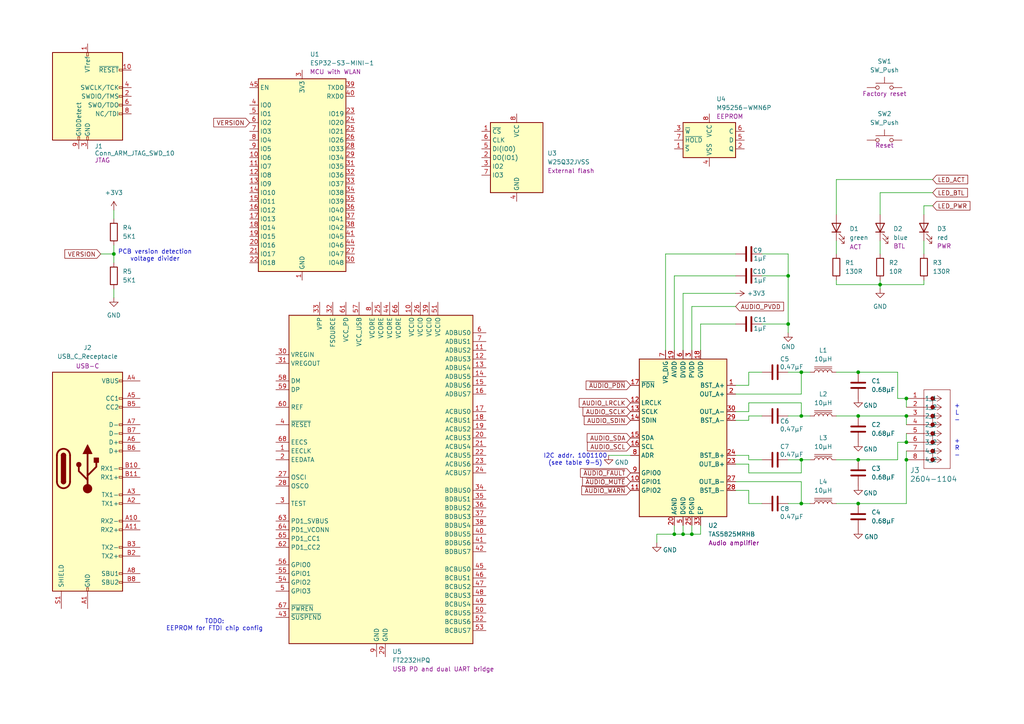
<source format=kicad_sch>
(kicad_sch (version 20231120) (generator "eeschema") (generator_version "8.0")
  (paper "A4")
  (title_block (title "soundbox"))
  (lib_symbols
    (symbol "Amplifier_Audio:TAS5825MRHB"
      (property "Reference" "U" (at -11.43 24.13 0))
      (property "Value" "TAS5825MRHB" (at 13.97 24.13 0))
      (symbol "TAS5825MRHB_1_1"
        (pin passive line (at 15.24 15.24 180) (length 2.54) (name "BST_A+") (number "1"))
        (pin bidirectional line (at -15.24 -12.7 0) (length 2.54) (name "GPIO1") (number "10"))
        (pin bidirectional line (at -15.24 -15.24 0) (length 2.54) (name "GPIO2") (number "11"))
        (pin input line (at -15.24 10.16 0) (length 2.54) (name "LRCLK") (number "12"))
        (pin input line (at -15.24 7.62 0) (length 2.54) (name "SCLK") (number "13"))
        (pin input line (at -15.24 5.08 0) (length 2.54) (name "SDIN") (number "14"))
        (pin bidirectional line (at -15.24 0 0) (length 2.54) (name "SDA") (number "15"))
        (pin input line (at -15.24 -2.54 0) (length 2.54) (name "SCL") (number "16"))
        (pin input line (at -15.24 15.24 0) (length 2.54) (name "~{PDN}") (number "17"))
        (pin passive line (at 5.08 25.4 270) (length 2.54) (name "GVDD") (number "18"))
        (pin passive line (at -2.54 25.4 270) (length 2.54) (name "AVDD") (number "19"))
        (pin output line (at 15.24 12.7 180) (length 2.54) (name "OUT_A+") (number "2"))
        (pin power_in line (at -2.54 -25.4 90) (length 2.54) (name "AGND") (number "20"))
        (pin passive line (at 2.54 25.4 270) (length 2.54) hide (name "PVDD") (number "21"))
        (pin passive line (at 2.54 25.4 270) (length 2.54) hide (name "PVDD") (number "22"))
        (pin output line (at 15.24 -7.62 180) (length 2.54) (name "OUT_B+") (number "23"))
        (pin passive line (at 15.24 -5.08 180) (length 2.54) (name "BST_B+") (number "24"))
        (pin power_in line (at 2.54 -25.4 90) (length 2.54) (name "PGND") (number "25"))
        (pin passive line (at 2.54 -25.4 90) (length 2.54) hide (name "PGND") (number "26"))
        (pin output line (at 15.24 -12.7 180) (length 2.54) (name "OUT_B-") (number "27"))
        (pin passive line (at 15.24 -15.24 180) (length 2.54) (name "BST_B-") (number "28"))
        (pin passive line (at 15.24 5.08 180) (length 2.54) (name "BST_A-") (number "29"))
        (pin power_in line (at 2.54 25.4 270) (length 2.54) (name "PVDD") (number "3"))
        (pin output line (at 15.24 7.62 180) (length 2.54) (name "OUT_A-") (number "30"))
        (pin passive line (at 2.54 -25.4 90) (length 2.54) hide (name "PGND") (number "31"))
        (pin passive line (at 2.54 -25.4 90) (length 2.54) hide (name "PGND") (number "32"))
        (pin passive line (at 5.08 -25.4 90) (length 2.54) (name "EP") (number "33"))
        (pin passive line (at 2.54 25.4 270) (length 2.54) hide (name "PVDD") (number "4"))
        (pin power_in line (at 0 -25.4 90) (length 2.54) (name "DGND") (number "5"))
        (pin power_in line (at 0 25.4 270) (length 2.54) (name "DVDD") (number "6"))
        (pin passive line (at -5.08 25.4 270) (length 2.54) (name "VR_DIG") (number "7"))
        (pin passive line (at -15.24 -5.08 0) (length 2.54) (name "ADR") (number "8"))
        (pin bidirectional line (at -15.24 -10.16 0) (length 2.54) (name "GPIO0") (number "9"))
      )
    )
    (symbol "Connector:Conn_ARM_JTAG_SWD_10" (pin_names (offset 1.016))
      (property "Reference" "J" (at -2.54 16.51 0))
      (property "Value" "Conn_ARM_JTAG_SWD_10" (at -2.54 13.97 0))
      (symbol "Conn_ARM_JTAG_SWD_10_1_1"
        (pin power_in line (at 0 15.24 270) (length 2.54) (name "VTref") (number "1"))
        (pin open_collector line (at 12.7 7.62 180) (length 2.54) (name "~{RESET}") (number "10"))
        (pin bidirectional line (at 12.7 0 180) (length 2.54) (name "SWDIO/TMS") (number "2"))
        (pin power_in line (at 0 -15.24 90) (length 2.54) (name "GND") (number "3"))
        (pin output line (at 12.7 2.54 180) (length 2.54) (name "SWCLK/TCK") (number "4"))
        (pin passive line (at 0 -15.24 90) (length 2.54) hide (name "GND") (number "5"))
        (pin input line (at 12.7 -2.54 180) (length 2.54) (name "SWO/TDO") (number "6"))
        (pin no_connect line (at -10.16 0 0) (length 2.54) hide (name "KEY") (number "7"))
        (pin output line (at 12.7 -5.08 180) (length 2.54) (name "NC/TDI") (number "8"))
        (pin passive line (at -2.54 -15.24 90) (length 2.54) (name "GNDDetect") (number "9"))
      )
    )
    (symbol "Connector:USB_C_Receptacle" (pin_names (offset 1.016))
      (property "Reference" "J" (at -10.16 29.21 0))
      (property "Value" "USB_C_Receptacle" (at 10.16 29.21 0))
      (symbol "USB_C_Receptacle_1_1"
        (pin passive line (at 0 -40.64 90) (length 5.08) (name "GND") (number "A1"))
        (pin bidirectional line (at 15.24 -15.24 180) (length 5.08) (name "RX2-") (number "A10"))
        (pin bidirectional line (at 15.24 -17.78 180) (length 5.08) (name "RX2+") (number "A11"))
        (pin passive line (at 0 -40.64 90) (length 5.08) hide (name "GND") (number "A12"))
        (pin bidirectional line (at 15.24 -10.16 180) (length 5.08) (name "TX1+") (number "A2"))
        (pin bidirectional line (at 15.24 -7.62 180) (length 5.08) (name "TX1-") (number "A3"))
        (pin passive line (at 15.24 25.4 180) (length 5.08) (name "VBUS") (number "A4"))
        (pin bidirectional line (at 15.24 20.32 180) (length 5.08) (name "CC1") (number "A5"))
        (pin bidirectional line (at 15.24 7.62 180) (length 5.08) (name "D+") (number "A6"))
        (pin bidirectional line (at 15.24 12.7 180) (length 5.08) (name "D-") (number "A7"))
        (pin bidirectional line (at 15.24 -30.48 180) (length 5.08) (name "SBU1") (number "A8"))
        (pin passive line (at 15.24 25.4 180) (length 5.08) hide (name "VBUS") (number "A9"))
        (pin passive line (at 0 -40.64 90) (length 5.08) hide (name "GND") (number "B1"))
        (pin bidirectional line (at 15.24 0 180) (length 5.08) (name "RX1-") (number "B10"))
        (pin bidirectional line (at 15.24 -2.54 180) (length 5.08) (name "RX1+") (number "B11"))
        (pin passive line (at 0 -40.64 90) (length 5.08) hide (name "GND") (number "B12"))
        (pin bidirectional line (at 15.24 -25.4 180) (length 5.08) (name "TX2+") (number "B2"))
        (pin bidirectional line (at 15.24 -22.86 180) (length 5.08) (name "TX2-") (number "B3"))
        (pin passive line (at 15.24 25.4 180) (length 5.08) hide (name "VBUS") (number "B4"))
        (pin bidirectional line (at 15.24 17.78 180) (length 5.08) (name "CC2") (number "B5"))
        (pin bidirectional line (at 15.24 5.08 180) (length 5.08) (name "D+") (number "B6"))
        (pin bidirectional line (at 15.24 10.16 180) (length 5.08) (name "D-") (number "B7"))
        (pin bidirectional line (at 15.24 -33.02 180) (length 5.08) (name "SBU2") (number "B8"))
        (pin passive line (at 15.24 25.4 180) (length 5.08) hide (name "VBUS") (number "B9"))
        (pin passive line (at -7.62 -40.64 90) (length 5.08) (name "SHIELD") (number "S1"))
      )
    )
    (symbol "Device:C" (pin_numbers hide) (pin_names (offset 0.254))
      (property "Reference" "C" (at 0.635 2.54 0))
      (property "Value" "C" (at 0.635 -2.54 0))
      (symbol "C_1_1"
        (pin passive line (at 0 3.81 270) (length 2.794) (name "~") (number "1"))
        (pin passive line (at 0 -3.81 90) (length 2.794) (name "~") (number "2"))
      )
    )
    (symbol "Device:LED" (pin_numbers hide) (pin_names (offset 1.016) hide)
      (property "Reference" "D" (at 0 2.54 0))
      (property "Value" "LED" (at 0 -2.54 0))
      (symbol "LED_1_1"
        (pin passive line (at -3.81 0 0) (length 2.54) (name "K") (number "1"))
        (pin passive line (at 3.81 0 180) (length 2.54) (name "A") (number "2"))
      )
    )
    (symbol "Device:L_Iron" (pin_numbers hide) (pin_names (offset 1.016) hide)
      (property "Reference" "L" (at -1.27 0 90))
      (property "Value" "L_Iron" (at 2.794 0 90))
      (symbol "L_Iron_1_1"
        (pin passive line (at 0 3.81 270) (length 1.27) (name "1") (number "1"))
        (pin passive line (at 0 -3.81 90) (length 1.27) (name "2") (number "2"))
      )
    )
    (symbol "Device:R" (pin_numbers hide) (pin_names (offset 0))
      (property "Reference" "R" (at 2.032 0 90))
      (property "Value" "R" (at 0 0 90))
      (symbol "R_1_1"
        (pin passive line (at 0 3.81 270) (length 1.27) (name "~") (number "1"))
        (pin passive line (at 0 -3.81 90) (length 1.27) (name "~") (number "2"))
      )
    )
    (symbol "Memory_EEPROM:M95256-WMN6P"
      (property "Reference" "U" (at -7.62 6.35 0))
      (property "Value" "M95256-WMN6P" (at 2.54 -6.35 0))
      (symbol "M95256-WMN6P_1_1"
        (pin input line (at -10.16 -2.54 0) (length 2.54) (name "~{S}") (number "1"))
        (pin output line (at 10.16 -2.54 180) (length 2.54) (name "Q") (number "2"))
        (pin input line (at -10.16 2.54 0) (length 2.54) (name "~{W}") (number "3"))
        (pin power_in line (at 0 -7.62 90) (length 2.54) (name "VSS") (number "4"))
        (pin input line (at 10.16 0 180) (length 2.54) (name "D") (number "5"))
        (pin input line (at 10.16 2.54 180) (length 2.54) (name "C") (number "6"))
        (pin input line (at -10.16 0 0) (length 2.54) (name "~{HOLD}") (number "7"))
        (pin power_in line (at 0 7.62 270) (length 2.54) (name "VCC") (number "8"))
      )
    )
    (symbol "Memory_Flash:W25Q32JVSS"
      (property "Reference" "U" (at -6.35 11.43 0))
      (property "Value" "W25Q32JVSS" (at 7.62 11.43 0))
      (symbol "W25Q32JVSS_1_1"
        (pin input line (at -10.16 7.62 0) (length 2.54) (name "~{CS}") (number "1"))
        (pin bidirectional line (at -10.16 0 0) (length 2.54) (name "DO(IO1)") (number "2"))
        (pin bidirectional line (at -10.16 -2.54 0) (length 2.54) (name "IO2") (number "3"))
        (pin power_in line (at 0 -12.7 90) (length 2.54) (name "GND") (number "4"))
        (pin bidirectional line (at -10.16 2.54 0) (length 2.54) (name "DI(IO0)") (number "5"))
        (pin input line (at -10.16 5.08 0) (length 2.54) (name "CLK") (number "6"))
        (pin bidirectional line (at -10.16 -5.08 0) (length 2.54) (name "IO3") (number "7"))
        (pin power_in line (at 0 12.7 270) (length 2.54) (name "VCC") (number "8"))
      )
    )
    (symbol "RF_Module:ESP32-S3-MINI-1"
      (property "Reference" "U" (at -11.43 29.21 0))
      (property "Value" "ESP32-S3-MINI-1" (at 12.7 29.21 0))
      (symbol "ESP32-S3-MINI-1_1_1"
        (pin power_in line (at 0 -30.48 90) (length 2.54) (name "GND") (number "1"))
        (pin bidirectional line (at -15.24 5.08 0) (length 2.54) (name "IO6") (number "10"))
        (pin bidirectional line (at -15.24 2.54 0) (length 2.54) (name "IO7") (number "11"))
        (pin bidirectional line (at -15.24 0 0) (length 2.54) (name "IO8") (number "12"))
        (pin bidirectional line (at -15.24 -2.54 0) (length 2.54) (name "IO9") (number "13"))
        (pin bidirectional line (at -15.24 -5.08 0) (length 2.54) (name "IO10") (number "14"))
        (pin bidirectional line (at -15.24 -7.62 0) (length 2.54) (name "IO11") (number "15"))
        (pin bidirectional line (at -15.24 -10.16 0) (length 2.54) (name "IO12") (number "16"))
        (pin bidirectional line (at -15.24 -12.7 0) (length 2.54) (name "IO13") (number "17"))
        (pin bidirectional line (at -15.24 -15.24 0) (length 2.54) (name "IO14") (number "18"))
        (pin bidirectional line (at -15.24 -17.78 0) (length 2.54) (name "IO15") (number "19"))
        (pin passive line (at 0 -30.48 90) (length 2.54) hide (name "GND") (number "2"))
        (pin bidirectional line (at -15.24 -20.32 0) (length 2.54) (name "IO16") (number "20"))
        (pin bidirectional line (at -15.24 -22.86 0) (length 2.54) (name "IO17") (number "21"))
        (pin bidirectional line (at -15.24 -25.4 0) (length 2.54) (name "IO18") (number "22"))
        (pin bidirectional line (at 15.24 17.78 180) (length 2.54) (name "IO19") (number "23"))
        (pin bidirectional line (at 15.24 15.24 180) (length 2.54) (name "IO20") (number "24"))
        (pin bidirectional line (at 15.24 12.7 180) (length 2.54) (name "IO21") (number "25"))
        (pin bidirectional line (at 15.24 10.16 180) (length 2.54) (name "IO26") (number "26"))
        (pin bidirectional line (at 15.24 -22.86 180) (length 2.54) (name "IO47") (number "27"))
        (pin bidirectional line (at 15.24 7.62 180) (length 2.54) (name "IO33") (number "28"))
        (pin bidirectional line (at 15.24 5.08 180) (length 2.54) (name "IO34") (number "29"))
        (pin power_in line (at 0 30.48 270) (length 2.54) (name "3V3") (number "3"))
        (pin bidirectional line (at 15.24 -25.4 180) (length 2.54) (name "IO48") (number "30"))
        (pin bidirectional line (at 15.24 2.54 180) (length 2.54) (name "IO35") (number "31"))
        (pin bidirectional line (at 15.24 0 180) (length 2.54) (name "IO36") (number "32"))
        (pin bidirectional line (at 15.24 -2.54 180) (length 2.54) (name "IO37") (number "33"))
        (pin bidirectional line (at 15.24 -5.08 180) (length 2.54) (name "IO38") (number "34"))
        (pin bidirectional line (at 15.24 -7.62 180) (length 2.54) (name "IO39") (number "35"))
        (pin bidirectional line (at 15.24 -10.16 180) (length 2.54) (name "IO40") (number "36"))
        (pin bidirectional line (at 15.24 -12.7 180) (length 2.54) (name "IO41") (number "37"))
        (pin bidirectional line (at 15.24 -15.24 180) (length 2.54) (name "IO42") (number "38"))
        (pin bidirectional line (at 15.24 25.4 180) (length 2.54) (name "TXD0") (number "39"))
        (pin bidirectional line (at -15.24 20.32 0) (length 2.54) (name "IO0") (number "4"))
        (pin bidirectional line (at 15.24 22.86 180) (length 2.54) (name "RXD0") (number "40"))
        (pin bidirectional line (at 15.24 -17.78 180) (length 2.54) (name "IO45") (number "41"))
        (pin passive line (at 0 -30.48 90) (length 2.54) hide (name "GND") (number "42"))
        (pin passive line (at 0 -30.48 90) (length 2.54) hide (name "GND") (number "43"))
        (pin bidirectional line (at 15.24 -20.32 180) (length 2.54) (name "IO46") (number "44"))
        (pin input line (at -15.24 25.4 0) (length 2.54) (name "EN") (number "45"))
        (pin passive line (at 0 -30.48 90) (length 2.54) hide (name "GND") (number "46"))
        (pin passive line (at 0 -30.48 90) (length 2.54) hide (name "GND") (number "47"))
        (pin passive line (at 0 -30.48 90) (length 2.54) hide (name "GND") (number "48"))
        (pin passive line (at 0 -30.48 90) (length 2.54) hide (name "GND") (number "49"))
        (pin bidirectional line (at -15.24 17.78 0) (length 2.54) (name "IO1") (number "5"))
        (pin passive line (at 0 -30.48 90) (length 2.54) hide (name "GND") (number "50"))
        (pin passive line (at 0 -30.48 90) (length 2.54) hide (name "GND") (number "51"))
        (pin passive line (at 0 -30.48 90) (length 2.54) hide (name "GND") (number "52"))
        (pin passive line (at 0 -30.48 90) (length 2.54) hide (name "GND") (number "53"))
        (pin passive line (at 0 -30.48 90) (length 2.54) hide (name "GND") (number "54"))
        (pin passive line (at 0 -30.48 90) (length 2.54) hide (name "GND") (number "55"))
        (pin passive line (at 0 -30.48 90) (length 2.54) hide (name "GND") (number "56"))
        (pin passive line (at 0 -30.48 90) (length 2.54) hide (name "GND") (number "57"))
        (pin passive line (at 0 -30.48 90) (length 2.54) hide (name "GND") (number "58"))
        (pin passive line (at 0 -30.48 90) (length 2.54) hide (name "GND") (number "59"))
        (pin bidirectional line (at -15.24 15.24 0) (length 2.54) (name "IO2") (number "6"))
        (pin passive line (at 0 -30.48 90) (length 2.54) hide (name "GND") (number "60"))
        (pin passive line (at 0 -30.48 90) (length 2.54) hide (name "GND") (number "61"))
        (pin passive line (at 0 -30.48 90) (length 2.54) hide (name "GND") (number "62"))
        (pin passive line (at 0 -30.48 90) (length 2.54) hide (name "GND") (number "63"))
        (pin passive line (at 0 -30.48 90) (length 2.54) hide (name "GND") (number "64"))
        (pin passive line (at 0 -30.48 90) (length 2.54) hide (name "GND") (number "65"))
        (pin bidirectional line (at -15.24 12.7 0) (length 2.54) (name "IO3") (number "7"))
        (pin bidirectional line (at -15.24 10.16 0) (length 2.54) (name "IO4") (number "8"))
        (pin bidirectional line (at -15.24 7.62 0) (length 2.54) (name "IO5") (number "9"))
      )
    )
    (symbol "Switch:SW_Push" (pin_numbers hide) (pin_names (offset 1.016) hide)
      (property "Reference" "SW" (at 1.27 2.54 0))
      (property "Value" "SW_Push" (at 0 -1.524 0))
      (symbol "SW_Push_0_1"
        (pin passive line (at -5.08 0 0) (length 2.54) (name "1") (number "1"))
        (pin passive line (at 5.08 0 180) (length 2.54) (name "2") (number "2"))
      )
    )
    (symbol "Ultra_Librarian:2604-1104" (pin_names (offset 0.254))
      (property "Reference" "J" (at 8.89 6.35 0))
      (property "Value" "2604-1104" (at 0 0 0))
      (symbol "2604-1104_1_1"
        (pin unspecified line (at 0 0 0) (length 5.08) (name "1_1") (number "1"))
        (pin unspecified line (at 0 -2.54 0) (length 5.08) (name "1_2") (number "2"))
        (pin unspecified line (at 0 -5.08 0) (length 5.08) (name "2_1") (number "3"))
        (pin unspecified line (at 0 -7.62 0) (length 5.08) (name "2_2") (number "4"))
        (pin unspecified line (at 0 -10.16 0) (length 5.08) (name "3_1") (number "5"))
        (pin unspecified line (at 0 -12.7 0) (length 5.08) (name "3_2") (number "6"))
        (pin unspecified line (at 0 -15.24 0) (length 5.08) (name "4_1") (number "7"))
        (pin unspecified line (at 0 -17.78 0) (length 5.08) (name "4_2") (number "8"))
      )
      (symbol "2604-1104_1_2"
        (pin unspecified line (at 0 0 0) (length 5.08) (name "1_1") (number "1"))
        (pin unspecified line (at 0 -2.54 0) (length 5.08) (name "1_2") (number "2"))
        (pin unspecified line (at 0 -5.08 0) (length 5.08) (name "2_1") (number "3"))
        (pin unspecified line (at 0 -7.62 0) (length 5.08) (name "2_2") (number "4"))
        (pin unspecified line (at 0 -10.16 0) (length 5.08) (name "3_1") (number "5"))
        (pin unspecified line (at 0 -12.7 0) (length 5.08) (name "3_2") (number "6"))
        (pin unspecified line (at 0 -15.24 0) (length 5.08) (name "4_1") (number "7"))
        (pin unspecified line (at 0 -17.78 0) (length 5.08) (name "4_2") (number "8"))
      )
    )
    (symbol "power:+3V3" (power) (pin_numbers hide) (pin_names (offset 0) hide)
      (property "Value" "+3V3" (at 0 3.556 0))
      (symbol "+3V3_1_1"
        (pin power_in line (at 0 0 90) (length 0) (name "~") (number "1"))
      )
    )
    (symbol "power:GND" (power) (pin_numbers hide) (pin_names (offset 0) hide)
      (property "Value" "GND" (at 0 -3.81 0))
      (symbol "GND_1_1"
        (pin power_in line (at 0 0 270) (length 0) (name "~") (number "1"))
      )
    )
    (symbol "xengineering:FT2232HPQ"
      (property "Reference" "U" (at 20.828 52.07 0))
      (property "Value" "FT2232HPQ" (at 25.654 49.53 0))
      (symbol "FT2232HPQ_1_1"
        (pin output line (at -30.48 7.62 0) (length 3.81) (name "EECLK") (number "1"))
        (pin input line (at 8.89 50.8 270) (length 3.81) (name "VCCIO") (number "10"))
        (pin bidirectional line (at 30.48 36.83 180) (length 3.81) (name "ADBUS2") (number "11"))
        (pin bidirectional line (at 30.48 34.29 180) (length 3.81) (name "ADBUS3") (number "12"))
        (pin bidirectional line (at 30.48 31.75 180) (length 3.81) (name "ADBUS4") (number "13"))
        (pin bidirectional line (at 30.48 29.21 180) (length 3.81) (name "ADBUS5") (number "14"))
        (pin bidirectional line (at 30.48 26.67 180) (length 3.81) (name "ADBUS6") (number "15"))
        (pin bidirectional line (at 30.48 24.13 180) (length 3.81) (name "ADBUS7") (number "16"))
        (pin bidirectional line (at 30.48 19.05 180) (length 3.81) (name "ACBUS0") (number "17"))
        (pin bidirectional line (at 30.48 16.51 180) (length 3.81) (name "ACBUS1") (number "18"))
        (pin bidirectional line (at 30.48 13.97 180) (length 3.81) (name "ACBUS2") (number "19"))
        (pin bidirectional line (at -30.48 5.08 0) (length 3.81) (name "EEDATA") (number "2"))
        (pin bidirectional line (at 30.48 11.43 180) (length 3.81) (name "ACBUS3") (number "20"))
        (pin bidirectional line (at 30.48 8.89 180) (length 3.81) (name "ACBUS4") (number "21"))
        (pin bidirectional line (at 30.48 6.35 180) (length 3.81) (name "ACBUS5") (number "22"))
        (pin bidirectional line (at 30.48 3.81 180) (length 3.81) (name "ACBUS6") (number "23"))
        (pin bidirectional line (at 30.48 1.27 180) (length 3.81) (name "ACBUS7") (number "24"))
        (pin input line (at 0 50.8 270) (length 3.81) (name "VCORE") (number "25"))
        (pin input line (at 11.43 50.8 270) (length 3.81) (name "VCCIO") (number "26"))
        (pin input line (at -30.48 0 0) (length 3.81) (name "OSCI") (number "27"))
        (pin output line (at -30.48 -2.54 0) (length 3.81) (name "OSCO") (number "28"))
        (pin input line (at 1.27 -52.07 90) (length 3.81) (name "GND") (number "29"))
        (pin input line (at -30.48 -7.62 0) (length 3.81) (name "TEST") (number "3"))
        (pin input line (at -30.48 35.56 0) (length 3.81) (name "VREGIN") (number "30"))
        (pin output line (at -30.48 33.02 0) (length 3.81) (name "VREGOUT") (number "31"))
        (pin input line (at -13.97 50.8 270) (length 3.81) (name "FSOURCE") (number "32"))
        (pin input line (at -17.78 50.8 270) (length 3.81) (name "VPP") (number "33"))
        (pin bidirectional line (at 30.48 -3.81 180) (length 3.81) (name "BDBUS0") (number "34"))
        (pin bidirectional line (at 30.48 -6.35 180) (length 3.81) (name "BDBUS1") (number "35"))
        (pin bidirectional line (at 30.48 -8.89 180) (length 3.81) (name "BDBUS2") (number "36"))
        (pin bidirectional line (at 30.48 -11.43 180) (length 3.81) (name "BDBUS3") (number "37"))
        (pin bidirectional line (at 30.48 -13.97 180) (length 3.81) (name "BDBUS4") (number "38"))
        (pin input line (at 13.97 50.8 270) (length 3.81) (name "VCCIO") (number "39"))
        (pin input line (at -30.48 15.24 0) (length 3.81) (name "~{RESET}") (number "4"))
        (pin bidirectional line (at 30.48 -16.51 180) (length 3.81) (name "BDBUS5") (number "40"))
        (pin bidirectional line (at 30.48 -19.05 180) (length 3.81) (name "BDBUS6") (number "41"))
        (pin bidirectional line (at 30.48 -21.59 180) (length 3.81) (name "BDBUS7") (number "42"))
        (pin output line (at -30.48 -40.64 0) (length 3.81) (name "~{SUSPEND}") (number "43"))
        (pin input line (at 2.54 50.8 270) (length 3.81) (name "VCORE") (number "44"))
        (pin bidirectional line (at 30.48 -26.67 180) (length 3.81) (name "BCBUS0") (number "45"))
        (pin bidirectional line (at 30.48 -29.21 180) (length 3.81) (name "BCBUS1") (number "46"))
        (pin bidirectional line (at 30.48 -31.75 180) (length 3.81) (name "BCBUS2") (number "47"))
        (pin bidirectional line (at 30.48 -34.29 180) (length 3.81) (name "BCBUS3") (number "48"))
        (pin bidirectional line (at 30.48 -36.83 180) (length 3.81) (name "BCBUS4") (number "49"))
        (pin bidirectional line (at -30.48 -33.02 0) (length 3.81) (name "GPIO3") (number "5"))
        (pin bidirectional line (at 30.48 -39.37 180) (length 3.81) (name "BCBUS5") (number "50"))
        (pin input line (at 16.51 50.8 270) (length 3.81) (name "VCCIO") (number "51"))
        (pin bidirectional line (at 30.48 -41.91 180) (length 3.81) (name "BCBUS6") (number "52"))
        (pin bidirectional line (at 30.48 -44.45 180) (length 3.81) (name "BCBUS7") (number "53"))
        (pin bidirectional line (at -30.48 -30.48 0) (length 3.81) (name "GPIO2") (number "54"))
        (pin bidirectional line (at -30.48 -27.94 0) (length 3.81) (name "GPIO1") (number "55"))
        (pin bidirectional line (at -30.48 -25.4 0) (length 3.81) (name "GPIO0") (number "56"))
        (pin input line (at -6.35 50.8 270) (length 3.81) (name "VCC_USB") (number "57"))
        (pin bidirectional line (at -30.48 27.94 0) (length 3.81) (name "DM") (number "58"))
        (pin bidirectional line (at -30.48 25.4 0) (length 3.81) (name "DP") (number "59"))
        (pin bidirectional line (at 30.48 41.91 180) (length 3.81) (name "ADBUS0") (number "6"))
        (pin input line (at -30.48 20.32 0) (length 3.81) (name "REF") (number "60"))
        (pin input line (at -10.16 50.8 270) (length 3.81) (name "VCC_PD") (number "61"))
        (pin bidirectional line (at -30.48 -20.32 0) (length 3.81) (name "PD1_CC2") (number "62"))
        (pin input line (at -30.48 -12.7 0) (length 3.81) (name "PD1_SVBUS") (number "63"))
        (pin input line (at -30.48 -15.24 0) (length 3.81) (name "PD1_VCONN") (number "64"))
        (pin bidirectional line (at -30.48 -17.78 0) (length 3.81) (name "PD1_CC1") (number "65"))
        (pin input line (at 5.08 50.8 270) (length 3.81) (name "VCORE") (number "66"))
        (pin output line (at -30.48 -38.1 0) (length 3.81) (name "~{PWREN}") (number "67"))
        (pin bidirectional line (at -30.48 10.16 0) (length 3.81) (name "EECS") (number "68"))
        (pin bidirectional line (at 30.48 39.37 180) (length 3.81) (name "ADBUS1") (number "7"))
        (pin input line (at -2.54 50.8 270) (length 3.81) (name "VCORE") (number "8"))
        (pin input line (at -1.27 -52.07 90) (length 3.81) (name "GND") (number "9"))
      )
    )
  )
  (junction (at 248.92 120.65))
  (junction (at 232.41 107.95))
  (junction (at 228.6 80.01))
  (junction (at 195.58 154.94))
  (junction (at 232.41 133.35))
  (junction (at 198.12 154.94))
  (junction (at 255.27 82.55))
  (junction (at 262.89 128.27))
  (junction (at 248.92 133.35))
  (junction (at 248.92 107.95))
  (junction (at 200.66 154.94))
  (junction (at 262.89 120.65))
  (junction (at 33.02 73.66))
  (junction (at 262.89 133.35))
  (junction (at 232.41 146.05))
  (junction (at 262.89 115.57))
  (junction (at 228.6 93.98))
  (junction (at 232.41 120.65))
  (junction (at 248.92 146.05))
  (wire (pts (xy 228.6 133.35) (xy 232.41 133.35)))
  (wire (pts (xy 267.97 81.28) (xy 267.97 82.55)))
  (wire (pts (xy 260.35 133.35) (xy 260.35 128.27)))
  (wire (pts (xy 217.17 107.95) (xy 217.17 111.76)))
  (wire (pts (xy 228.6 107.95) (xy 232.41 107.95)))
  (wire (pts (xy 220.98 93.98) (xy 228.6 93.98)))
  (wire (pts (xy 220.98 146.05) (xy 217.17 146.05)))
  (wire (pts (xy 213.36 142.24) (xy 217.17 142.24)))
  (wire (pts (xy 232.41 146.05) (xy 234.95 146.05)))
  (wire (pts (xy 232.41 133.35) (xy 234.95 133.35)))
  (wire (pts (xy 228.6 96.52) (xy 228.6 93.98)))
  (wire (pts (xy 248.92 107.95) (xy 260.35 107.95)))
  (wire (pts (xy 213.36 119.38) (xy 217.17 119.38)))
  (wire (pts (xy 242.57 82.55) (xy 255.27 82.55)))
  (wire (pts (xy 262.89 120.65) (xy 262.89 123.19)))
  (wire (pts (xy 228.6 80.01) (xy 228.6 93.98)))
  (wire (pts (xy 242.57 69.85) (xy 242.57 73.66)))
  (wire (pts (xy 262.89 115.57) (xy 262.89 118.11)))
  (wire (pts (xy 232.41 139.7) (xy 232.41 146.05)))
  (wire (pts (xy 213.36 111.76) (xy 217.17 111.76)))
  (wire (pts (xy 242.57 52.07) (xy 270.51 52.07)))
  (wire (pts (xy 217.17 146.05) (xy 217.17 142.24)))
  (wire (pts (xy 198.12 85.09) (xy 198.12 101.6)))
  (wire (pts (xy 203.2 154.94) (xy 200.66 154.94)))
  (wire (pts (xy 29.21 73.66) (xy 33.02 73.66)))
  (wire (pts (xy 190.5 157.48) (xy 190.5 154.94)))
  (wire (pts (xy 33.02 73.66) (xy 33.02 76.2)))
  (wire (pts (xy 242.57 120.65) (xy 248.92 120.65)))
  (wire (pts (xy 242.57 133.35) (xy 248.92 133.35)))
  (wire (pts (xy 195.58 152.4) (xy 195.58 154.94)))
  (wire (pts (xy 242.57 107.95) (xy 248.92 107.95)))
  (wire (pts (xy 242.57 146.05) (xy 248.92 146.05)))
  (wire (pts (xy 220.98 73.66) (xy 228.6 73.66)))
  (wire (pts (xy 255.27 62.23) (xy 255.27 55.88)))
  (wire (pts (xy 232.41 116.84) (xy 232.41 120.65)))
  (wire (pts (xy 213.36 88.9) (xy 200.66 88.9)))
  (wire (pts (xy 262.89 146.05) (xy 262.89 133.35)))
  (wire (pts (xy 213.36 134.62) (xy 217.17 134.62)))
  (wire (pts (xy 217.17 116.84) (xy 232.41 116.84)))
  (wire (pts (xy 260.35 107.95) (xy 260.35 115.57)))
  (wire (pts (xy 193.04 73.66) (xy 193.04 101.6)))
  (wire (pts (xy 232.41 120.65) (xy 234.95 120.65)))
  (wire (pts (xy 217.17 121.92) (xy 213.36 121.92)))
  (wire (pts (xy 260.35 115.57) (xy 262.89 115.57)))
  (wire (pts (xy 242.57 62.23) (xy 242.57 52.07)))
  (wire (pts (xy 213.36 85.09) (xy 198.12 85.09)))
  (wire (pts (xy 203.2 152.4) (xy 203.2 154.94)))
  (wire (pts (xy 198.12 154.94) (xy 200.66 154.94)))
  (wire (pts (xy 217.17 137.16) (xy 232.41 137.16)))
  (wire (pts (xy 248.92 146.05) (xy 262.89 146.05)))
  (wire (pts (xy 232.41 114.3) (xy 232.41 107.95)))
  (wire (pts (xy 232.41 107.95) (xy 234.95 107.95)))
  (wire (pts (xy 213.36 132.08) (xy 217.17 132.08)))
  (wire (pts (xy 200.66 152.4) (xy 200.66 154.94)))
  (wire (pts (xy 220.98 133.35) (xy 217.17 133.35)))
  (wire (pts (xy 267.97 59.69) (xy 270.51 59.69)))
  (wire (pts (xy 195.58 154.94) (xy 198.12 154.94)))
  (wire (pts (xy 203.2 93.98) (xy 203.2 101.6)))
  (wire (pts (xy 213.36 73.66) (xy 193.04 73.66)))
  (wire (pts (xy 198.12 152.4) (xy 198.12 154.94)))
  (wire (pts (xy 228.6 146.05) (xy 232.41 146.05)))
  (wire (pts (xy 213.36 114.3) (xy 232.41 114.3)))
  (wire (pts (xy 213.36 80.01) (xy 195.58 80.01)))
  (wire (pts (xy 213.36 93.98) (xy 203.2 93.98)))
  (wire (pts (xy 200.66 88.9) (xy 200.66 101.6)))
  (wire (pts (xy 255.27 82.55) (xy 255.27 83.82)))
  (wire (pts (xy 217.17 119.38) (xy 217.17 116.84)))
  (wire (pts (xy 217.17 120.65) (xy 217.17 121.92)))
  (wire (pts (xy 217.17 134.62) (xy 217.17 137.16)))
  (wire (pts (xy 267.97 62.23) (xy 267.97 59.69)))
  (wire (pts (xy 195.58 80.01) (xy 195.58 101.6)))
  (wire (pts (xy 228.6 120.65) (xy 232.41 120.65)))
  (wire (pts (xy 248.92 120.65) (xy 262.89 120.65)))
  (wire (pts (xy 182.88 132.08) (xy 176.53 132.08)))
  (wire (pts (xy 220.98 107.95) (xy 217.17 107.95)))
  (wire (pts (xy 33.02 71.12) (xy 33.02 73.66)))
  (wire (pts (xy 33.02 83.82) (xy 33.02 86.36)))
  (wire (pts (xy 213.36 139.7) (xy 232.41 139.7)))
  (wire (pts (xy 220.98 80.01) (xy 228.6 80.01)))
  (wire (pts (xy 248.92 133.35) (xy 260.35 133.35)))
  (wire (pts (xy 33.02 60.96) (xy 33.02 63.5)))
  (wire (pts (xy 262.89 130.81) (xy 262.89 133.35)))
  (wire (pts (xy 260.35 128.27) (xy 262.89 128.27)))
  (wire (pts (xy 190.5 154.94) (xy 195.58 154.94)))
  (wire (pts (xy 255.27 69.85) (xy 255.27 73.66)))
  (wire (pts (xy 220.98 120.65) (xy 217.17 120.65)))
  (wire (pts (xy 267.97 69.85) (xy 267.97 73.66)))
  (wire (pts (xy 262.89 125.73) (xy 262.89 128.27)))
  (wire (pts (xy 232.41 137.16) (xy 232.41 133.35)))
  (wire (pts (xy 255.27 81.28) (xy 255.27 82.55)))
  (wire (pts (xy 228.6 73.66) (xy 228.6 80.01)))
  (wire (pts (xy 255.27 55.88) (xy 270.51 55.88)))
  (wire (pts (xy 255.27 82.55) (xy 267.97 82.55)))
  (wire (pts (xy 217.17 133.35) (xy 217.17 132.08)))
  (wire (pts (xy 242.57 81.28) (xy 242.57 82.55)))
  (text "I2C addr. 1001100\n(see table 9-5)" (at 166.878 133.35 0) (effects (font (size 1.27 1.27))))
  (text "+\nL\n-\n\n\n+\nR\n-" (at 277.622 124.968 0) (effects (font (size 1.27 1.27))))
  (text "TODO:\nEEPROM for FTDI chip config" (at 62.23 181.356 0) (effects (font (size 1.27 1.27))))
  (text "PCB version detection\nvoltage divider" (at 44.958 74.168 0) (effects (font (size 1.27 1.27))))
  (global_label "AUDIO_SDIN" (shape input) (at 182.88 121.92 180) (property "Intersheetrefs" "${INTERSHEET_REFS}" (effects (hide yes))))
  (global_label "AUDIO_SCL" (shape input) (at 182.88 129.54 180) (property "Intersheetrefs" "${INTERSHEET_REFS}" (effects (hide yes))))
  (global_label "~{AUDIO_PDN}" (shape input) (at 182.88 111.76 180) (property "Intersheetrefs" "${INTERSHEET_REFS}" (effects (hide yes))))
  (global_label "AUDIO_LRCLK" (shape input) (at 182.88 116.84 180) (property "Intersheetrefs" "${INTERSHEET_REFS}" (effects (hide yes))))
  (global_label "AUDIO_PVDD" (shape input) (at 213.36 88.9 0) (property "Intersheetrefs" "${INTERSHEET_REFS}" (effects (hide yes))))
  (global_label "AUDIO_SDA" (shape input) (at 182.88 127 180) (property "Intersheetrefs" "${INTERSHEET_REFS}" (effects (hide yes))))
  (global_label "~{AUDIO_WARN}" (shape input) (at 182.88 142.24 180) (property "Intersheetrefs" "${INTERSHEET_REFS}" (effects (hide yes))))
  (global_label "~{AUDIO_FAULT}" (shape input) (at 182.88 137.16 180) (property "Intersheetrefs" "${INTERSHEET_REFS}" (effects (hide yes))))
  (global_label "VERSION" (shape input) (at 29.21 73.66 180) (property "Intersheetrefs" "${INTERSHEET_REFS}" (effects (hide yes))))
  (global_label "~{AUDIO_MUTE}" (shape input) (at 182.88 139.7 180) (property "Intersheetrefs" "${INTERSHEET_REFS}" (effects (hide yes))))
  (global_label "VERSION" (shape input) (at 72.39 35.56 180) (property "Intersheetrefs" "${INTERSHEET_REFS}" (effects (hide yes))))
  (global_label "AUDIO_SCLK" (shape input) (at 182.88 119.38 180) (property "Intersheetrefs" "${INTERSHEET_REFS}" (effects (hide yes))))
  (global_label "LED_ACT" (shape input) (at 270.51 52.07 0) (property "Intersheetrefs" "${INTERSHEET_REFS}" (effects (hide yes))))
  (global_label "LED_PWR" (shape input) (at 270.51 59.69 0) (property "Intersheetrefs" "${INTERSHEET_REFS}" (effects (hide yes))))
  (global_label "LED_BTL" (shape input) (at 270.51 55.88 0) (property "Intersheetrefs" "${INTERSHEET_REFS}" (effects (hide yes))))
  (symbol (lib_id "power:GND") (at 255.27 83.82 0) (unit 1)
    (property "Reference" "#PWR012" (effects (hide yes)))
    (property "Value" "GND" (at 255.27 88.9 0))
    (property "Description" "Power symbol creates a global label with name \"GND\" , ground" (effects (hide yes)))
  )
  (symbol (lib_id "power:GND") (at 33.02 86.36 0) (unit 1)
    (property "Reference" "#PWR01" (effects (hide yes)))
    (property "Value" "GND" (at 33.02 91.44 0))
    (property "Description" "Power symbol creates a global label with name \"GND\" , ground" (effects (hide yes)))
  )
  (symbol (lib_id "RF_Module:ESP32-S3-MINI-1") (at 87.63 50.8 0) (unit 1)
    (property "Reference" "U1" (at 89.916 15.748 0) (effects (justify left)))
    (property "Value" "ESP32-S3-MINI-1" (at 89.916 18.288 0) (effects (justify left)))
    (property "Footprint" "RF_Module:ESP32-S2-MINI-1" (effects (hide yes)))
    (property "Datasheet" "https://www.espressif.com/sites/default/files/documentation/esp32-s3-mini-1_mini-1u_datasheet_en.pdf" (effects (hide yes)))
    (property "Description" "MCU with WLAN" (at 97.282 20.828 0))
    (property "MPN" "ESP32-S3-MINI-1-N8" (effects (hide yes)))
    (property "Manufacturer" "Espressif Systems" (effects (hide yes)))
  )
  (symbol (lib_id "Device:C") (at 248.92 124.46 0) (unit 1)
    (property "Reference" "C2" (at 252.73 123.1899 0) (effects (justify left)))
    (property "Value" "0.68µF" (at 252.73 125.7299 0) (effects (justify left)))
    (property "Description" "Unpolarized capacitor" (effects (hide yes)))
  )
  (symbol (lib_id "Device:C") (at 224.79 120.65 270) (unit 1)
    (property "Reference" "C6" (at 227.584 122.174 90))
    (property "Value" "0.47µF" (at 229.616 124.46 90))
    (property "Description" "Unpolarized capacitor" (effects (hide yes)))
  )
  (symbol (lib_id "Device:L_Iron") (at 238.76 146.05 90) (unit 1)
    (property "Reference" "L4" (at 238.76 139.7 90))
    (property "Value" "10µH" (at 238.76 142.24 90))
    (property "Description" "Inductor with iron core" (effects (hide yes)))
  )
  (symbol (lib_id "Device:C") (at 224.79 107.95 270) (unit 1)
    (property "Reference" "C5" (at 227.584 104.14 90))
    (property "Value" "0.47µF" (at 229.616 106.426 90))
    (property "Description" "Unpolarized capacitor" (effects (hide yes)))
  )
  (symbol (lib_id "Memory_Flash:W25Q32JVSS") (at 149.86 45.72 0) (unit 1)
    (property "Reference" "U3" (at 158.75 44.4499 0) (effects (justify left)))
    (property "Value" "W25Q32JVSS" (at 158.75 46.9899 0) (effects (justify left)))
    (property "Footprint" "Package_SO:SOIC-8_5.23x5.23mm_P1.27mm" (effects (hide yes)))
    (property "Datasheet" "http://www.winbond.com/resource-files/w25q32jv%20revg%2003272018%20plus.pdf" (effects (hide yes)))
    (property "Description" "External flash" (at 165.608 49.53 0))
    (property "MPN" "W25Q32JVSSIQ" (effects (hide yes)))
    (property "Manufacturer" "Winbond Electronics" (effects (hide yes)))
  )
  (symbol (lib_id "power:GND") (at 228.6 96.52 0) (unit 1)
    (property "Reference" "#PWR010" (effects (hide yes)))
    (property "Value" "GND" (at 228.6 100.584 0))
    (property "Description" "Power symbol creates a global label with name \"GND\" , ground" (effects (hide yes)))
  )
  (symbol (lib_id "Device:C") (at 248.92 149.86 0) (unit 1)
    (property "Reference" "C4" (at 252.73 148.5899 0) (effects (justify left)))
    (property "Value" "0.68µF" (at 252.73 151.1299 0) (effects (justify left)))
    (property "Description" "Unpolarized capacitor" (effects (hide yes)))
  )
  (symbol (lib_id "Connector:Conn_ARM_JTAG_SWD_10") (at 25.4 27.94 0) (unit 1)
    (property "Reference" "J1" (at 27.432 42.418 0) (effects (justify left)))
    (property "Value" "Conn_ARM_JTAG_SWD_10" (at 27.432 44.45 0) (effects (justify left)))
    (property "Datasheet" "https://mm.digikey.com/Volume0/opasdata/d220001/medias/docus/6209/ftsh-1xx-xx-xxx-dv-xxx-xxx-x-xx-mkt.pdf" (effects (hide yes)))
    (property "Description" "JTAG" (at 27.432 46.482 0) (effects (justify left)))
    (property "MPN" "FTSH-105-01-L-DV-007-K-TR" (effects (hide yes)))
    (property "Manufacturer" "samtec" (effects (hide yes)))
  )
  (symbol (lib_id "Switch:SW_Push") (at 256.54 40.64 0) (unit 1)
    (property "Reference" "SW2" (at 256.54 33.02 0))
    (property "Value" "SW_Push" (at 256.54 35.56 0))
    (property "Footprint" "Button_Switch_SMD:SW_SPST_TL3305B" (effects (hide yes)))
    (property "Datasheet" "https://www.e-switch.com/wp-content/uploads/2024/08/TL3305.pdf" (effects (hide yes)))
    (property "Description" "Reset" (at 256.54 42.164 0))
    (property "MPN" "TL3305BF260QG" (effects (hide yes)))
    (property "Manufacturer" "E-Switch" (effects (hide yes)))
  )
  (symbol (lib_id "Device:C") (at 217.17 80.01 270) (unit 1)
    (property "Reference" "C10" (at 220.218 78.74 90))
    (property "Value" "1µF" (at 220.472 81.28 90))
    (property "Description" "Unpolarized capacitor" (effects (hide yes)))
  )
  (symbol (lib_id "Device:C") (at 217.17 93.98 270) (unit 1)
    (property "Reference" "C11" (at 220.472 92.71 90))
    (property "Value" "1µF" (at 220.472 95.25 90))
    (property "Description" "Unpolarized capacitor" (effects (hide yes)))
  )
  (symbol (lib_id "Ultra_Librarian:2604-1104") (at 262.89 115.57 0) (unit 1)
    (property "Reference" "J3" (at 263.906 136.398 0) (effects (font (size 1.524 1.524)) (justify left)))
    (property "Value" "2604-1104" (at 263.906 138.938 0) (effects (font (size 1.524 1.524)) (justify left)))
    (property "Footprint" "CONN4_2604-1104_WAG" (effects (hide yes)))
    (property "Description" "Speaker" (effects (hide yes)))
    (property "Manufacturer" "WAGO" (effects (hide yes)))
    (property "MPN" "2604-1104" (effects (hide yes)))
  )
  (symbol (lib_id "Device:C") (at 217.17 73.66 270) (unit 1)
    (property "Reference" "C9" (at 219.71 72.644 90))
    (property "Value" "1µF" (at 220.472 74.93 90))
    (property "Description" "Unpolarized capacitor" (effects (hide yes)))
  )
  (symbol (lib_id "power:+3V3") (at 33.02 60.96 0) (unit 1)
    (property "Reference" "#PWR02" (effects (hide yes)))
    (property "Value" "+3V3" (at 33.02 55.88 0))
    (property "Description" "Power symbol creates a global label with name \"+3V3\"" (effects (hide yes)))
  )
  (symbol (lib_id "Device:R") (at 267.97 77.47 0) (unit 1)
    (property "Reference" "R3" (at 270.51 76.1999 0) (effects (justify left)))
    (property "Value" "130R" (at 270.51 78.7399 0) (effects (justify left)))
    (property "Footprint" "Resistor_SMD:R_0603_1608Metric" (effects (hide yes)))
    (property "Datasheet" "https://industrial.panasonic.com/cdbs/www-data/pdf/RDA0000/AOA0000C304.pdf" (effects (hide yes)))
    (property "Description" "Resistor" (effects (hide yes)))
    (property "MPN" "ERJ-3EKF1300V" (effects (hide yes)))
    (property "Manufacturer" "Panasonic Electronic Components" (effects (hide yes)))
  )
  (symbol (lib_id "Connector:USB_C_Receptacle") (at 25.4 135.89 0) (unit 1)
    (property "Reference" "J2" (at 25.4 100.838 0))
    (property "Value" "USB_C_Receptacle" (at 25.4 103.378 0))
    (property "Datasheet" "https://cdn.amphenol-cs.com/media/wysiwyg/files/documentation/datasheet/inputoutput/io_usb_3_2_type_c.pdf" (effects (hide yes)))
    (property "Description" "USB-C" (at 25.4 106.172 0))
    (property "MPN" "12401610E4#2A" (effects (hide yes)))
    (property "Manufacturer" "Amphenol ICC" (effects (hide yes)))
  )
  (symbol (lib_id "power:GND") (at 248.92 140.97 0) (unit 1)
    (property "Reference" "#PWR05" (effects (hide yes)))
    (property "Value" "GND" (at 252.476 143.002 0))
    (property "Description" "Power symbol creates a global label with name \"GND\" , ground" (effects (hide yes)))
  )
  (symbol (lib_id "Device:C") (at 224.79 133.35 270) (unit 1)
    (property "Reference" "C7" (at 227.584 129.54 90))
    (property "Value" "0.47µF" (at 229.616 131.826 90))
    (property "Description" "Unpolarized capacitor" (effects (hide yes)))
  )
  (symbol (lib_id "Switch:SW_Push") (at 256.54 25.4 0) (unit 1)
    (property "Reference" "SW1" (at 256.54 17.78 0))
    (property "Value" "SW_Push" (at 256.54 20.32 0))
    (property "Footprint" "Button_Switch_SMD:SW_SPST_TL3305B" (effects (hide yes)))
    (property "Datasheet" "https://www.e-switch.com/wp-content/uploads/2024/08/TL3305.pdf" (effects (hide yes)))
    (property "Description" "Factory reset" (at 256.54 27.178 0))
    (property "MPN" "TL3305BF260QG" (effects (hide yes)))
    (property "Manufacturer" "E-Switch" (effects (hide yes)))
  )
  (symbol (lib_id "Device:R") (at 255.27 77.47 0) (unit 1)
    (property "Reference" "R2" (at 257.81 76.1999 0) (effects (justify left)))
    (property "Value" "10R" (at 257.81 78.7399 0) (effects (justify left)))
    (property "Footprint" "Resistor_SMD:R_0603_1608Metric" (effects (hide yes)))
    (property "Datasheet" "https://industrial.panasonic.com/cdbs/www-data/pdf/RDO0000/AOA0000C331.pdf" (effects (hide yes)))
    (property "Description" "Resistor" (effects (hide yes)))
    (property "MPN" "ERJ-PA3F10R0V" (effects (hide yes)))
    (property "Manufacturer" "Panasonic Electronic Components" (effects (hide yes)))
  )
  (symbol (lib_id "Amplifier_Audio:TAS5825MRHB") (at 198.12 127 0) (unit 1)
    (property "Reference" "U2" (at 205.3941 152.4 0) (effects (justify left)))
    (property "Value" "TAS5825MRHB" (at 205.3941 154.94 0) (effects (justify left)))
    (property "Footprint" "Package_DFN_QFN:VQFN-32-1EP_5x5mm_P0.5mm_EP3.1x3.1mm" (effects (hide yes)))
    (property "Datasheet" "https://www.ti.com/lit/ds/symlink/tas5825m.pdf" (effects (hide yes)))
    (property "Description" "Audio amplifier" (at 212.852 157.48 0))
    (property "MPN" "TAS5825MRHBR" (effects (hide yes)))
    (property "Manufacturer" "Texas Instruments" (effects (hide yes)))
  )
  (symbol (lib_id "power:GND") (at 176.53 132.08 0) (unit 1)
    (property "Reference" "#PWR08" (effects (hide yes)))
    (property "Value" "GND" (at 180.34 134.112 0))
    (property "Description" "Power symbol creates a global label with name \"GND\" , ground" (effects (hide yes)))
  )
  (symbol (lib_id "power:GND") (at 190.5 157.48 0) (unit 1)
    (property "Reference" "#PWR07" (effects (hide yes)))
    (property "Value" "GND" (at 194.31 159.512 0))
    (property "Description" "Power symbol creates a global label with name \"GND\" , ground" (effects (hide yes)))
  )
  (symbol (lib_id "Device:C") (at 248.92 137.16 0) (unit 1)
    (property "Reference" "C3" (at 252.73 135.8899 0) (effects (justify left)))
    (property "Value" "0.68µF" (at 252.73 138.4299 0) (effects (justify left)))
    (property "Description" "Unpolarized capacitor" (effects (hide yes)))
  )
  (symbol (lib_id "Device:L_Iron") (at 238.76 107.95 90) (unit 1)
    (property "Reference" "L1" (at 238.76 101.6 90))
    (property "Value" "10µH" (at 238.76 104.14 90))
    (property "Description" "Inductor with iron core" (effects (hide yes)))
  )
  (symbol (lib_id "xengineering:FT2232HPQ") (at 110.49 138.43 0) (unit 1)
    (property "Reference" "U5" (at 113.792 188.976 0) (effects (justify left)))
    (property "Value" "FT2232HPQ" (at 113.792 191.516 0) (effects (justify left)))
    (property "Datasheet" "https://ftdichip.com/wp-content/uploads/2024/09/DS_FT2233HP.pdf" (effects (hide yes)))
    (property "Description" "USB PD and dual UART bridge" (at 113.792 194.056 0) (effects (justify left)))
    (property "Manufacturer" "FTDI Limited" (effects (hide yes)))
    (property "MPN" "FT2232HPQ-TRAY" (effects (hide yes)))
  )
  (symbol (lib_id "Device:C") (at 224.79 146.05 270) (unit 1)
    (property "Reference" "C8" (at 227.584 147.574 90))
    (property "Value" "0.47µF" (at 229.616 149.86 90))
    (property "Description" "Unpolarized capacitor" (effects (hide yes)))
  )
  (symbol (lib_id "Device:L_Iron") (at 238.76 120.65 90) (unit 1)
    (property "Reference" "L2" (at 238.76 114.3 90))
    (property "Value" "10µΗ" (at 238.76 116.84 90))
    (property "Description" "Inductor with iron core" (effects (hide yes)))
  )
  (symbol (lib_id "power:GND") (at 248.92 128.27 0) (unit 1)
    (property "Reference" "#PWR04" (effects (hide yes)))
    (property "Value" "GND" (at 252.476 130.302 0))
    (property "Description" "Power symbol creates a global label with name \"GND\" , ground" (effects (hide yes)))
  )
  (symbol (lib_id "Device:R") (at 33.02 80.01 0) (unit 1)
    (property "Reference" "R5" (at 35.56 78.7399 0) (effects (justify left)))
    (property "Value" "5K1" (at 35.56 81.2799 0) (effects (justify left)))
    (property "Footprint" "Resistor_SMD:R_0603_1608Metric" (effects (hide yes)))
    (property "Datasheet" "https://industrial.panasonic.com/cdbs/www-data/pdf/RDA0000/AOA0000C304.pdf" (effects (hide yes)))
    (property "Description" "Resistor" (effects (hide yes)))
    (property "MPN" "ERJ-3EKF5101V" (effects (hide yes)))
    (property "Manufacturer" "Panasonic Electronic Components" (effects (hide yes)))
  )
  (symbol (lib_id "power:GND") (at 248.92 153.67 0) (unit 1)
    (property "Reference" "#PWR06" (effects (hide yes)))
    (property "Value" "GND" (at 252.73 155.702 0))
    (property "Description" "Power symbol creates a global label with name \"GND\" , ground" (effects (hide yes)))
  )
  (symbol (lib_id "Device:C") (at 248.92 111.76 0) (unit 1)
    (property "Reference" "C1" (at 252.73 110.4899 0) (effects (justify left)))
    (property "Value" "0.68µF" (at 252.73 113.0299 0) (effects (justify left)))
    (property "Description" "Unpolarized capacitor" (effects (hide yes)))
  )
  (symbol (lib_id "Device:LED") (at 242.57 66.04 90) (unit 1)
    (property "Reference" "D1" (at 246.38 66.3574 90) (effects (justify right)))
    (property "Value" "green" (at 246.38 68.8974 90) (effects (justify right)))
    (property "Footprint" "LED_SMD:LED_1206_3216Metric" (effects (hide yes)))
    (property "Datasheet" "https://s3-us-west-2.amazonaws.com/catsy.557/Dialight_CBI_data_598-1206_Apr2018.pdf" (effects (hide yes)))
    (property "Description" "ACT" (at 248.158 71.628 90))
    (property "MPN" "598-8270-107F" (effects (hide yes)))
    (property "Manufacturer" "Dialight" (effects (hide yes)))
  )
  (symbol (lib_id "Device:R") (at 33.02 67.31 0) (unit 1)
    (property "Reference" "R4" (at 35.56 66.0399 0) (effects (justify left)))
    (property "Value" "5K1" (at 35.56 68.5799 0) (effects (justify left)))
    (property "Footprint" "Resistor_SMD:R_0603_1608Metric" (effects (hide yes)))
    (property "Datasheet" "https://industrial.panasonic.com/cdbs/www-data/pdf/RDA0000/AOA0000C304.pdf" (effects (hide yes)))
    (property "Description" "Resistor" (effects (hide yes)))
    (property "MPN" "ERJ-3EKF5101V" (effects (hide yes)))
    (property "Manufacturer" "Panasonic Electronic Components" (effects (hide yes)))
  )
  (symbol (lib_id "power:GND") (at 248.92 115.57 0) (unit 1)
    (property "Reference" "#PWR03" (effects (hide yes)))
    (property "Value" "GND" (at 252.476 117.602 0))
    (property "Description" "Power symbol creates a global label with name \"GND\" , ground" (effects (hide yes)))
  )
  (symbol (lib_id "Device:R") (at 242.57 77.47 0) (unit 1)
    (property "Reference" "R1" (at 245.11 76.1999 0) (effects (justify left)))
    (property "Value" "130R" (at 245.11 78.7399 0) (effects (justify left)))
    (property "Footprint" "Resistor_SMD:R_0603_1608Metric" (effects (hide yes)))
    (property "Datasheet" "https://industrial.panasonic.com/cdbs/www-data/pdf/RDA0000/AOA0000C304.pdf" (effects (hide yes)))
    (property "Description" "Resistor" (effects (hide yes)))
    (property "MPN" "ERJ-3EKF1300V" (effects (hide yes)))
    (property "Manufacturer" "Panasonic Electronic Components" (effects (hide yes)))
  )
  (symbol (lib_id "Memory_EEPROM:M95256-WMN6P") (at 205.74 40.64 0) (unit 1)
    (property "Reference" "U4" (at 207.772 28.702 0) (effects (justify left)))
    (property "Value" "M95256-WMN6P" (at 207.772 31.242 0) (effects (justify left)))
    (property "Footprint" "Package_SO:SOIC-8_3.9x4.9mm_P1.27mm" (effects (hide yes)))
    (property "Datasheet" "http://www.st.com/content/ccc/resource/technical/document/datasheet/9d/75/f0/3e/76/00/4c/0b/CD00103810.pdf/files/CD00103810.pdf/jcr:content/translations/en.CD00103810.pdf" (effects (hide yes)))
    (property "Description" "EEPROM" (at 211.6739 33.782 0))
    (property "MPN" "M95256-WMN6P" (effects (hide yes)))
    (property "Manufacturer" "STMicroelectronics" (effects (hide yes)))
  )
  (symbol (lib_id "Device:LED") (at 267.97 66.04 90) (unit 1)
    (property "Reference" "D3" (at 271.78 66.3574 90) (effects (justify right)))
    (property "Value" "red" (at 271.78 68.8974 90) (effects (justify right)))
    (property "Footprint" "LED_SMD:LED_1206_3216Metric" (effects (hide yes)))
    (property "Datasheet" "https://s3-us-west-2.amazonaws.com/catsy.557/Dialight_CBI_data_598-1206_Apr2018.pdf" (effects (hide yes)))
    (property "Description" "PWR" (at 273.812 71.374 90))
    (property "MPN" "598-8210-107F" (effects (hide yes)))
    (property "Manufacturer" "Dialight" (effects (hide yes)))
  )
  (symbol (lib_id "Device:LED") (at 255.27 66.04 90) (unit 1)
    (property "Reference" "D2" (at 259.08 66.3574 90) (effects (justify right)))
    (property "Value" "blue" (at 259.08 68.8974 90) (effects (justify right)))
    (property "Footprint" "LED_SMD:LED_1206_3216Metric" (effects (hide yes)))
    (property "Datasheet" "https://s3-us-west-2.amazonaws.com/catsy.557/Dialight_CBI_data_598-1206_Apr2018.pdf" (effects (hide yes)))
    (property "Description" "BTL" (at 260.858 71.374 90))
    (property "MPN" "598-8291-107F" (effects (hide yes)))
    (property "Manufacturer" "Dialight" (effects (hide yes)))
  )
  (symbol (lib_id "power:+3V3") (at 213.36 85.09 270) (unit 1)
    (property "Reference" "#PWR09" (effects (hide yes)))
    (property "Value" "+3V3" (at 216.662 85.09 90) (effects (justify left)))
    (property "Description" "Power symbol creates a global label with name \"+3V3\"" (effects (hide yes)))
  )
  (symbol (lib_id "Device:L_Iron") (at 238.76 133.35 90) (unit 1)
    (property "Reference" "L3" (at 238.76 127 90))
    (property "Value" "10µH" (at 238.76 129.54 90))
    (property "Description" "Inductor with iron core" (effects (hide yes)))
  )
)
</source>
